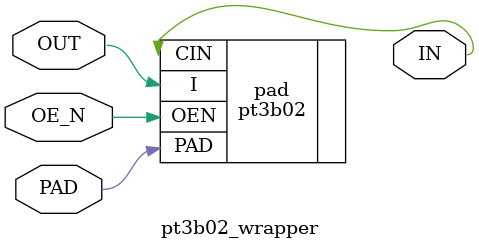
<source format=v>

/*---------------------------------------------------------------------*/
/* Vsdcaravel, RISC-V SoC Implementation using Synopsys and SCL180 PDK,*/
/* a project for the VSD/Semiconductor Laboratory SCL180	           */
/* fabrication process 			                                       */
/*                                                          	       */
/* Copyright 2025 VSD                           	                   */
/* Originally written by Bharat                                        */
/* 			    	                                                   */
/* Edited by Dhanvanti Bhavsar and Kunal Ghosh on (11/02/2025)		   */
/* Updated on 11/02/2025:  Revised using SCL180 PDK	                   */
/* This file is open source hardware released under the     	       */
/* Apache 2.0 license.  See file LICENSE.                   	       */
/* from housekeeping.v (refactoring a number of functions from	       */
/* the management SoC).						                           */
/*                                                          	       */
/*---------------------------------------------------------------------*/

`include "pt3b02.v"
module pt3b02_wrapper(input OUT, output IN, inout PAD, input OE_N);
pt3b02 pad(.CIN(IN), .OEN(OE_N), .I(OUT), .PAD(PAD));

endmodule

</source>
